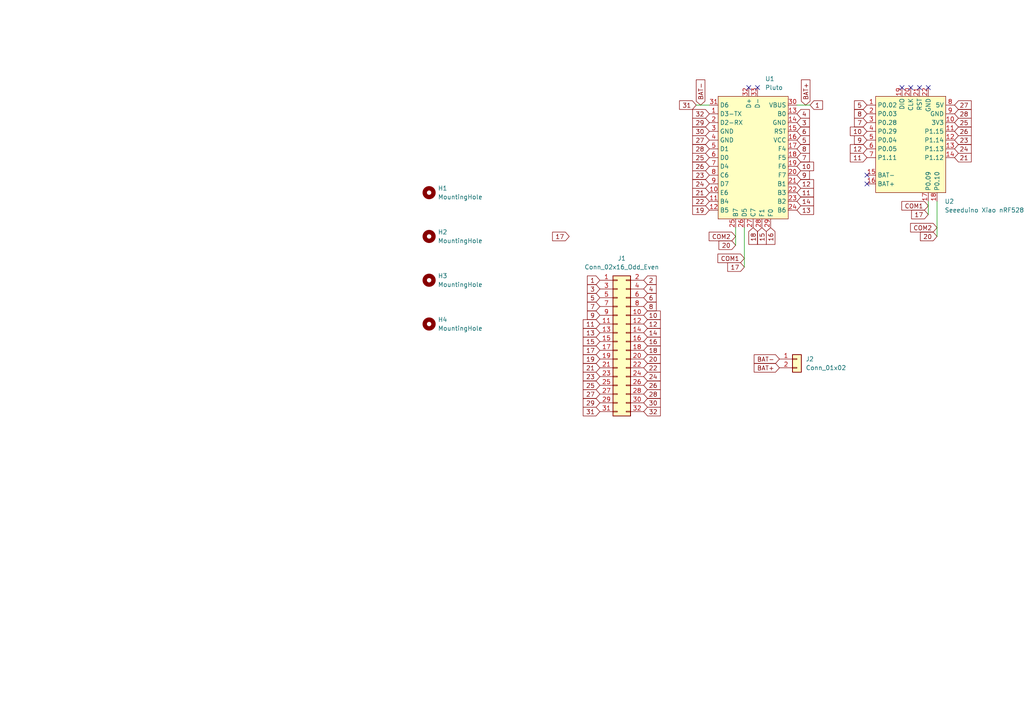
<source format=kicad_sch>
(kicad_sch (version 20231120) (generator "eeschema") (generator_version "8.0")
  (paper "A4")
  (lib_symbols
    (symbol "Connector_Generic:Conn_01x02" (pin_names (offset 1.016) hide)
      (property "Reference" "J" (at 0 2.54 0))
      (property "Value" "Conn_01x02" (at 0 -5.08 0))
      (symbol "Conn_01x02_1_1"
        (rectangle (start -1.27 -2.413) (end 0 -2.667) (stroke (width 0.1524)))
        (rectangle (start -1.27 0.127) (end 0 -0.127) (stroke (width 0.1524)))
        (rectangle (start -1.27 1.27) (end 1.27 -3.81) (stroke (width 0.254)) (fill (type background)))
        (pin passive line (at -5.08 0 0) (length 3.81) (name "Pin_1") (number "1"))
        (pin passive line (at -5.08 -2.54 0) (length 3.81) (name "Pin_2") (number "2"))
      )
    )
    (symbol "Connector_Generic:Conn_02x16_Odd_Even" (pin_names (offset 1.016) hide)
      (property "Reference" "J" (at 1.27 20.32 0))
      (property "Value" "Conn_02x16_Odd_Even" (at 1.27 -22.86 0))
      (symbol "Conn_02x16_Odd_Even_1_1"
        (rectangle (start -1.27 -20.193) (end 0 -20.447) (stroke (width 0.1524)))
        (rectangle (start -1.27 -17.653) (end 0 -17.907) (stroke (width 0.1524)))
        (rectangle (start -1.27 -15.113) (end 0 -15.367) (stroke (width 0.1524)))
        (rectangle (start -1.27 -12.573) (end 0 -12.827) (stroke (width 0.1524)))
        (rectangle (start -1.27 -10.033) (end 0 -10.287) (stroke (width 0.1524)))
        (rectangle (start -1.27 -7.493) (end 0 -7.747) (stroke (width 0.1524)))
        (rectangle (start -1.27 -4.953) (end 0 -5.207) (stroke (width 0.1524)))
        (rectangle (start -1.27 -2.413) (end 0 -2.667) (stroke (width 0.1524)))
        (rectangle (start -1.27 0.127) (end 0 -0.127) (stroke (width 0.1524)))
        (rectangle (start -1.27 2.667) (end 0 2.413) (stroke (width 0.1524)))
        (rectangle (start -1.27 5.207) (end 0 4.953) (stroke (width 0.1524)))
        (rectangle (start -1.27 7.747) (end 0 7.493) (stroke (width 0.1524)))
        (rectangle (start -1.27 10.287) (end 0 10.033) (stroke (width 0.1524)))
        (rectangle (start -1.27 12.827) (end 0 12.573) (stroke (width 0.1524)))
        (rectangle (start -1.27 15.367) (end 0 15.113) (stroke (width 0.1524)))
        (rectangle (start -1.27 17.907) (end 0 17.653) (stroke (width 0.1524)))
        (rectangle (start -1.27 19.05) (end 3.81 -21.59) (stroke (width 0.254)) (fill (type background)))
        (rectangle (start 3.81 -20.193) (end 2.54 -20.447) (stroke (width 0.1524)))
        (rectangle (start 3.81 -17.653) (end 2.54 -17.907) (stroke (width 0.1524)))
        (rectangle (start 3.81 -15.113) (end 2.54 -15.367) (stroke (width 0.1524)))
        (rectangle (start 3.81 -12.573) (end 2.54 -12.827) (stroke (width 0.1524)))
        (rectangle (start 3.81 -10.033) (end 2.54 -10.287) (stroke (width 0.1524)))
        (rectangle (start 3.81 -7.493) (end 2.54 -7.747) (stroke (width 0.1524)))
        (rectangle (start 3.81 -4.953) (end 2.54 -5.207) (stroke (width 0.1524)))
        (rectangle (start 3.81 -2.413) (end 2.54 -2.667) (stroke (width 0.1524)))
        (rectangle (start 3.81 0.127) (end 2.54 -0.127) (stroke (width 0.1524)))
        (rectangle (start 3.81 2.667) (end 2.54 2.413) (stroke (width 0.1524)))
        (rectangle (start 3.81 5.207) (end 2.54 4.953) (stroke (width 0.1524)))
        (rectangle (start 3.81 7.747) (end 2.54 7.493) (stroke (width 0.1524)))
        (rectangle (start 3.81 10.287) (end 2.54 10.033) (stroke (width 0.1524)))
        (rectangle (start 3.81 12.827) (end 2.54 12.573) (stroke (width 0.1524)))
        (rectangle (start 3.81 15.367) (end 2.54 15.113) (stroke (width 0.1524)))
        (rectangle (start 3.81 17.907) (end 2.54 17.653) (stroke (width 0.1524)))
        (pin passive line (at -5.08 17.78 0) (length 3.81) (name "Pin_1") (number "1"))
        (pin passive line (at 7.62 7.62 180) (length 3.81) (name "Pin_10") (number "10"))
        (pin passive line (at -5.08 5.08 0) (length 3.81) (name "Pin_11") (number "11"))
        (pin passive line (at 7.62 5.08 180) (length 3.81) (name "Pin_12") (number "12"))
        (pin passive line (at -5.08 2.54 0) (length 3.81) (name "Pin_13") (number "13"))
        (pin passive line (at 7.62 2.54 180) (length 3.81) (name "Pin_14") (number "14"))
        (pin passive line (at -5.08 0 0) (length 3.81) (name "Pin_15") (number "15"))
        (pin passive line (at 7.62 0 180) (length 3.81) (name "Pin_16") (number "16"))
        (pin passive line (at -5.08 -2.54 0) (length 3.81) (name "Pin_17") (number "17"))
        (pin passive line (at 7.62 -2.54 180) (length 3.81) (name "Pin_18") (number "18"))
        (pin passive line (at -5.08 -5.08 0) (length 3.81) (name "Pin_19") (number "19"))
        (pin passive line (at 7.62 17.78 180) (length 3.81) (name "Pin_2") (number "2"))
        (pin passive line (at 7.62 -5.08 180) (length 3.81) (name "Pin_20") (number "20"))
        (pin passive line (at -5.08 -7.62 0) (length 3.81) (name "Pin_21") (number "21"))
        (pin passive line (at 7.62 -7.62 180) (length 3.81) (name "Pin_22") (number "22"))
        (pin passive line (at -5.08 -10.16 0) (length 3.81) (name "Pin_23") (number "23"))
        (pin passive line (at 7.62 -10.16 180) (length 3.81) (name "Pin_24") (number "24"))
        (pin passive line (at -5.08 -12.7 0) (length 3.81) (name "Pin_25") (number "25"))
        (pin passive line (at 7.62 -12.7 180) (length 3.81) (name "Pin_26") (number "26"))
        (pin passive line (at -5.08 -15.24 0) (length 3.81) (name "Pin_27") (number "27"))
        (pin passive line (at 7.62 -15.24 180) (length 3.81) (name "Pin_28") (number "28"))
        (pin passive line (at -5.08 -17.78 0) (length 3.81) (name "Pin_29") (number "29"))
        (pin passive line (at -5.08 15.24 0) (length 3.81) (name "Pin_3") (number "3"))
        (pin passive line (at 7.62 -17.78 180) (length 3.81) (name "Pin_30") (number "30"))
        (pin passive line (at -5.08 -20.32 0) (length 3.81) (name "Pin_31") (number "31"))
        (pin passive line (at 7.62 -20.32 180) (length 3.81) (name "Pin_32") (number "32"))
        (pin passive line (at 7.62 15.24 180) (length 3.81) (name "Pin_4") (number "4"))
        (pin passive line (at -5.08 12.7 0) (length 3.81) (name "Pin_5") (number "5"))
        (pin passive line (at 7.62 12.7 180) (length 3.81) (name "Pin_6") (number "6"))
        (pin passive line (at -5.08 10.16 0) (length 3.81) (name "Pin_7") (number "7"))
        (pin passive line (at 7.62 10.16 180) (length 3.81) (name "Pin_8") (number "8"))
        (pin passive line (at -5.08 7.62 0) (length 3.81) (name "Pin_9") (number "9"))
      )
    )
    (symbol "Mechanical:MountingHole" (pin_names (offset 1.016)) (exclude_from_sim yes) (in_bom no)
      (property "Reference" "H" (at 0 5.08 0))
      (property "Value" "MountingHole" (at 0 3.175 0))
      (symbol "MountingHole_0_1"
        (circle (center 0 0) (radius 1.27) (stroke (width 1.27)))
      )
    )
    (symbol "PCM_marbastlib-promicroish:Pluto" (in_bom no)
      (property "Reference" "U" (at -7.62 22.86 0))
      (property "Value" "Pluto" (at -7.62 20.32 0))
      (symbol "Pluto_0_0"
        (pin bidirectional line (at -12.7 13.97 0) (length 2.54) (name "D3-TX") (number "1"))
        (pin bidirectional line (at -12.7 -8.89 0) (length 2.54) (name "E6") (number "10"))
        (pin bidirectional line (at -12.7 -11.43 0) (length 2.54) (name "B4") (number "11"))
        (pin bidirectional line (at -12.7 -13.97 0) (length 2.54) (name "B5") (number "12"))
        (pin power_out line (at 12.7 11.43 180) (length 2.54) (name "GND") (number "14"))
        (pin bidirectional line (at 12.7 8.89 180) (length 2.54) (name "RST") (number "15"))
        (pin bidirectional line (at 12.7 3.81 180) (length 2.54) (name "F4") (number "17"))
        (pin bidirectional line (at 12.7 1.27 180) (length 2.54) (name "F5") (number "18"))
        (pin bidirectional line (at 12.7 -1.27 180) (length 2.54) (name "F6") (number "19"))
        (pin bidirectional line (at -12.7 11.43 0) (length 2.54) (name "D2-RX") (number "2"))
        (pin bidirectional line (at 12.7 -3.81 180) (length 2.54) (name "F7") (number "20"))
        (pin bidirectional line (at 12.7 -6.35 180) (length 2.54) (name "B1") (number "21"))
        (pin bidirectional line (at 12.7 -8.89 180) (length 2.54) (name "B3") (number "22"))
        (pin bidirectional line (at 12.7 -11.43 180) (length 2.54) (name "B2") (number "23"))
        (pin bidirectional line (at 12.7 -13.97 180) (length 2.54) (name "B6") (number "24"))
        (pin power_out line (at -12.7 8.89 0) (length 2.54) (name "GND") (number "3"))
        (pin power_out line (at -12.7 6.35 0) (length 2.54) (name "GND") (number "4"))
        (pin bidirectional line (at -12.7 3.81 0) (length 2.54) (name "D1") (number "5"))
        (pin bidirectional line (at -12.7 1.27 0) (length 2.54) (name "D0") (number "6"))
        (pin bidirectional line (at -12.7 -1.27 0) (length 2.54) (name "D4") (number "7"))
        (pin bidirectional line (at -12.7 -3.81 0) (length 2.54) (name "C6") (number "8"))
        (pin bidirectional line (at -12.7 -6.35 0) (length 2.54) (name "D7") (number "9"))
      )
      (symbol "Pluto_1_0"
        (pin bidirectional line (at 12.7 13.97 180) (length 2.54) (name "B0") (number "13"))
        (pin power_out line (at 12.7 6.35 180) (length 2.54) (name "VCC") (number "16"))
        (pin bidirectional line (at -5.08 -19.05 90) (length 2.54) (name "B7") (number "25"))
        (pin bidirectional line (at -2.54 -19.05 90) (length 2.54) (name "D5") (number "26"))
        (pin bidirectional line (at 0 -19.05 90) (length 2.54) (name "C7") (number "27"))
        (pin bidirectional line (at 2.54 -19.05 90) (length 2.54) (name "F1") (number "28"))
        (pin bidirectional line (at 5.08 -19.05 90) (length 2.54) (name "F0") (number "29"))
        (pin power_in line (at 12.7 16.51 180) (length 2.54) (name "VBUS") (number "30"))
        (pin bidirectional line (at -12.7 16.51 0) (length 2.54) (name "D6") (number "31"))
        (pin bidirectional line (at -1.27 21.59 270) (length 2.54) (name "D+") (number "32"))
        (pin bidirectional line (at 1.27 21.59 270) (length 2.54) (name "D-") (number "33"))
      )
      (symbol "Pluto_1_1"
        (rectangle (start -10.16 19.05) (end 10.16 -16.51) (fill (type background)))
      )
    )
    (symbol "PCM_marbastlib-promicroish:Seeeduino_Xiao_nRF52840" (in_bom no)
      (property "Reference" "U" (at -10.16 -12.7 0))
      (property "Value" "Seeeduino Xiao nRF52840" (at -10.16 -15.24 0))
      (symbol "Seeeduino_Xiao_nRF52840_1_0"
        (pin bidirectional line (at -12.7 13.97 0) (length 2.54) (name "P0.02") (number "1"))
        (pin power_out line (at 12.7 8.89 180) (length 2.54) (name "3V3") (number "10"))
        (pin bidirectional line (at 12.7 6.35 180) (length 2.54) (name "P1.15") (number "11"))
        (pin bidirectional line (at 12.7 3.81 180) (length 2.54) (name "P1.14") (number "12"))
        (pin bidirectional line (at 12.7 1.27 180) (length 2.54) (name "P1.13") (number "13"))
        (pin bidirectional line (at 12.7 -1.27 180) (length 2.54) (name "P1.12") (number "14"))
        (pin power_in line (at -12.7 -6.35 0) (length 2.54) (name "BAT-") (number "15"))
        (pin power_in line (at -12.7 -8.89 0) (length 2.54) (name "BAT+") (number "16"))
        (pin bidirectional line (at 5.08 -13.97 90) (length 2.54) (name "P0.09") (number "17"))
        (pin bidirectional line (at 7.62 -13.97 90) (length 2.54) (name "P0.10") (number "18"))
        (pin bidirectional line (at -2.54 19.05 270) (length 2.54) (name "DIO") (number "19"))
        (pin bidirectional line (at -12.7 11.43 0) (length 2.54) (name "P0.03") (number "2"))
        (pin bidirectional line (at 0 19.05 270) (length 2.54) (name "CLK") (number "20"))
        (pin bidirectional line (at 2.54 19.05 270) (length 2.54) (name "RST") (number "21"))
        (pin power_out line (at 5.08 19.05 270) (length 2.54) (name "GND") (number "22"))
        (pin bidirectional line (at -12.7 8.89 0) (length 2.54) (name "P0.28") (number "3"))
        (pin bidirectional line (at -12.7 6.35 0) (length 2.54) (name "P0.29") (number "4"))
        (pin bidirectional line (at -12.7 3.81 0) (length 2.54) (name "P0.04") (number "5"))
        (pin bidirectional line (at -12.7 1.27 0) (length 2.54) (name "P0.05") (number "6"))
        (pin bidirectional line (at -12.7 -1.27 0) (length 2.54) (name "P1.11") (number "7"))
        (pin power_out line (at 12.7 13.97 180) (length 2.54) (name "5V") (number "8"))
        (pin power_out line (at 12.7 11.43 180) (length 2.54) (name "GND") (number "9"))
      )
      (symbol "Seeeduino_Xiao_nRF52840_1_1"
        (rectangle (start -10.16 16.51) (end 10.16 -11.43) (fill (type background)))
      )
    )
  )
  (no_connect (at 261.62 25.4))
  (no_connect (at 266.7 25.4))
  (no_connect (at 219.71 25.4))
  (no_connect (at 264.16 25.4))
  (no_connect (at 251.46 50.8))
  (no_connect (at 251.46 53.34))
  (no_connect (at 269.24 25.4))
  (no_connect (at 217.17 25.4))
  (wire (pts (xy 271.78 58.42) (xy 271.78 68.58)))
  (wire (pts (xy 201.93 30.48) (xy 205.74 30.48)))
  (wire (pts (xy 213.36 66.04) (xy 213.36 71.12)))
  (wire (pts (xy 215.9 66.04) (xy 215.9 77.47)))
  (wire (pts (xy 269.24 58.42) (xy 269.24 62.23)))
  (wire (pts (xy 231.14 30.48) (xy 234.95 30.48)))
  (global_label "31" (shape input) (at 201.93 30.48 180) (property "Intersheetrefs" "${INTERSHEET_REFS}" (effects (hide yes))))
  (global_label "15" (shape input) (at 220.98 66.04 270) (property "Intersheetrefs" "${INTERSHEET_REFS}" (effects (hide yes))))
  (global_label "15" (shape input) (at 173.99 99.06 180) (property "Intersheetrefs" "${INTERSHEET_REFS}" (effects (hide yes))))
  (global_label "25" (shape input) (at 276.86 35.56 0) (property "Intersheetrefs" "${INTERSHEET_REFS}" (effects (hide yes))))
  (global_label "14" (shape input) (at 231.14 58.42 0) (property "Intersheetrefs" "${INTERSHEET_REFS}" (effects (hide yes))))
  (global_label "5" (shape input) (at 251.46 30.48 180) (property "Intersheetrefs" "${INTERSHEET_REFS}" (effects (hide yes))))
  (global_label "4" (shape input) (at 186.69 83.82 0) (property "Intersheetrefs" "${INTERSHEET_REFS}" (effects (hide yes))))
  (global_label "5" (shape input) (at 231.14 40.64 0) (property "Intersheetrefs" "${INTERSHEET_REFS}" (effects (hide yes))))
  (global_label "22" (shape input) (at 205.74 58.42 180) (property "Intersheetrefs" "${INTERSHEET_REFS}" (effects (hide yes))))
  (global_label "30" (shape input) (at 186.69 116.84 0) (property "Intersheetrefs" "${INTERSHEET_REFS}" (effects (hide yes))))
  (global_label "20" (shape input) (at 271.78 68.58 180) (property "Intersheetrefs" "${INTERSHEET_REFS}" (effects (hide yes))))
  (global_label "19" (shape input) (at 205.74 60.96 180) (property "Intersheetrefs" "${INTERSHEET_REFS}" (effects (hide yes))))
  (global_label "5" (shape input) (at 173.99 86.36 180) (property "Intersheetrefs" "${INTERSHEET_REFS}" (effects (hide yes))))
  (global_label "BAT+" (shape input) (at 233.68 30.48 90) (property "Intersheetrefs" "${INTERSHEET_REFS}" (effects (hide yes))))
  (global_label "24" (shape input) (at 205.74 53.34 180) (property "Intersheetrefs" "${INTERSHEET_REFS}" (effects (hide yes))))
  (global_label "21" (shape input) (at 205.74 55.88 180) (property "Intersheetrefs" "${INTERSHEET_REFS}" (effects (hide yes))))
  (global_label "17" (shape input) (at 173.99 101.6 180) (property "Intersheetrefs" "${INTERSHEET_REFS}" (effects (hide yes))))
  (global_label "27" (shape input) (at 205.74 40.64 180) (property "Intersheetrefs" "${INTERSHEET_REFS}" (effects (hide yes))))
  (global_label "10" (shape input) (at 251.46 38.1 180) (property "Intersheetrefs" "${INTERSHEET_REFS}" (effects (hide yes))))
  (global_label "16" (shape input) (at 223.52 66.04 270) (property "Intersheetrefs" "${INTERSHEET_REFS}" (effects (hide yes))))
  (global_label "11" (shape input) (at 231.14 55.88 0) (property "Intersheetrefs" "${INTERSHEET_REFS}" (effects (hide yes))))
  (global_label "6" (shape input) (at 231.14 38.1 0) (property "Intersheetrefs" "${INTERSHEET_REFS}" (effects (hide yes))))
  (global_label "BAT-" (shape input) (at 226.06 104.14 180) (property "Intersheetrefs" "${INTERSHEET_REFS}" (effects (hide yes))))
  (global_label "11" (shape input) (at 173.99 93.98 180) (property "Intersheetrefs" "${INTERSHEET_REFS}" (effects (hide yes))))
  (global_label "7" (shape input) (at 231.14 45.72 0) (property "Intersheetrefs" "${INTERSHEET_REFS}" (effects (hide yes))))
  (global_label "25" (shape input) (at 205.74 45.72 180) (property "Intersheetrefs" "${INTERSHEET_REFS}" (effects (hide yes))))
  (global_label "29" (shape input) (at 205.74 35.56 180) (property "Intersheetrefs" "${INTERSHEET_REFS}" (effects (hide yes))))
  (global_label "COM2" (shape input) (at 271.78 66.04 180) (property "Intersheetrefs" "${INTERSHEET_REFS}" (effects (hide yes))))
  (global_label "7" (shape input) (at 173.99 88.9 180) (property "Intersheetrefs" "${INTERSHEET_REFS}" (effects (hide yes))))
  (global_label "21" (shape input) (at 276.86 45.72 0) (property "Intersheetrefs" "${INTERSHEET_REFS}" (effects (hide yes))))
  (global_label "8" (shape input) (at 251.46 33.02 180) (property "Intersheetrefs" "${INTERSHEET_REFS}" (effects (hide yes))))
  (global_label "8" (shape input) (at 186.69 88.9 0) (property "Intersheetrefs" "${INTERSHEET_REFS}" (effects (hide yes))))
  (global_label "BAT-" (shape input) (at 203.2 30.48 90) (property "Intersheetrefs" "${INTERSHEET_REFS}" (effects (hide yes))))
  (global_label "17" (shape input) (at 269.24 62.23 180) (property "Intersheetrefs" "${INTERSHEET_REFS}" (effects (hide yes))))
  (global_label "26" (shape input) (at 186.69 111.76 0) (property "Intersheetrefs" "${INTERSHEET_REFS}" (effects (hide yes))))
  (global_label "29" (shape input) (at 173.99 116.84 180) (property "Intersheetrefs" "${INTERSHEET_REFS}" (effects (hide yes))))
  (global_label "12" (shape input) (at 186.69 93.98 0) (property "Intersheetrefs" "${INTERSHEET_REFS}" (effects (hide yes))))
  (global_label "10" (shape input) (at 186.69 91.44 0) (property "Intersheetrefs" "${INTERSHEET_REFS}" (effects (hide yes))))
  (global_label "21" (shape input) (at 173.99 106.68 180) (property "Intersheetrefs" "${INTERSHEET_REFS}" (effects (hide yes))))
  (global_label "11" (shape input) (at 251.46 45.72 180) (property "Intersheetrefs" "${INTERSHEET_REFS}" (effects (hide yes))))
  (global_label "12" (shape input) (at 231.14 53.34 0) (property "Intersheetrefs" "${INTERSHEET_REFS}" (effects (hide yes))))
  (global_label "12" (shape input) (at 251.46 43.18 180) (property "Intersheetrefs" "${INTERSHEET_REFS}" (effects (hide yes))))
  (global_label "25" (shape input) (at 173.99 111.76 180) (property "Intersheetrefs" "${INTERSHEET_REFS}" (effects (hide yes))))
  (global_label "8" (shape input) (at 231.14 43.18 0) (property "Intersheetrefs" "${INTERSHEET_REFS}" (effects (hide yes))))
  (global_label "COM1" (shape input) (at 269.24 59.69 180) (property "Intersheetrefs" "${INTERSHEET_REFS}" (effects (hide yes))))
  (global_label "20" (shape input) (at 186.69 104.14 0) (property "Intersheetrefs" "${INTERSHEET_REFS}" (effects (hide yes))))
  (global_label "18" (shape input) (at 218.44 66.04 270) (property "Intersheetrefs" "${INTERSHEET_REFS}" (effects (hide yes))))
  (global_label "28" (shape input) (at 186.69 114.3 0) (property "Intersheetrefs" "${INTERSHEET_REFS}" (effects (hide yes))))
  (global_label "28" (shape input) (at 205.74 43.18 180) (property "Intersheetrefs" "${INTERSHEET_REFS}" (effects (hide yes))))
  (global_label "23" (shape input) (at 205.74 50.8 180) (property "Intersheetrefs" "${INTERSHEET_REFS}" (effects (hide yes))))
  (global_label "4" (shape input) (at 231.14 33.02 0) (property "Intersheetrefs" "${INTERSHEET_REFS}" (effects (hide yes))))
  (global_label "1" (shape input) (at 234.95 30.48 0) (property "Intersheetrefs" "${INTERSHEET_REFS}" (effects (hide yes))))
  (global_label "9" (shape input) (at 231.14 50.8 0) (property "Intersheetrefs" "${INTERSHEET_REFS}" (effects (hide yes))))
  (global_label "23" (shape input) (at 276.86 40.64 0) (property "Intersheetrefs" "${INTERSHEET_REFS}" (effects (hide yes))))
  (global_label "19" (shape input) (at 173.99 104.14 180) (property "Intersheetrefs" "${INTERSHEET_REFS}" (effects (hide yes))))
  (global_label "1" (shape input) (at 173.99 81.28 180) (property "Intersheetrefs" "${INTERSHEET_REFS}" (effects (hide yes))))
  (global_label "24" (shape input) (at 276.86 43.18 0) (property "Intersheetrefs" "${INTERSHEET_REFS}" (effects (hide yes))))
  (global_label "9" (shape input) (at 251.46 40.64 180) (property "Intersheetrefs" "${INTERSHEET_REFS}" (effects (hide yes))))
  (global_label "32" (shape input) (at 205.74 33.02 180) (property "Intersheetrefs" "${INTERSHEET_REFS}" (effects (hide yes))))
  (global_label "26" (shape input) (at 276.86 38.1 0) (property "Intersheetrefs" "${INTERSHEET_REFS}" (effects (hide yes))))
  (global_label "31" (shape input) (at 173.99 119.38 180) (property "Intersheetrefs" "${INTERSHEET_REFS}" (effects (hide yes))))
  (global_label "9" (shape input) (at 173.99 91.44 180) (property "Intersheetrefs" "${INTERSHEET_REFS}" (effects (hide yes))))
  (global_label "17" (shape input) (at 165.1 68.58 180) (property "Intersheetrefs" "${INTERSHEET_REFS}" (effects (hide yes))))
  (global_label "3" (shape input) (at 231.14 35.56 0) (property "Intersheetrefs" "${INTERSHEET_REFS}" (effects (hide yes))))
  (global_label "COM2" (shape input) (at 213.36 68.58 180) (property "Intersheetrefs" "${INTERSHEET_REFS}" (effects (hide yes))))
  (global_label "13" (shape input) (at 231.14 60.96 0) (property "Intersheetrefs" "${INTERSHEET_REFS}" (effects (hide yes))))
  (global_label "10" (shape input) (at 231.14 48.26 0) (property "Intersheetrefs" "${INTERSHEET_REFS}" (effects (hide yes))))
  (global_label "22" (shape input) (at 186.69 106.68 0) (property "Intersheetrefs" "${INTERSHEET_REFS}" (effects (hide yes))))
  (global_label "27" (shape input) (at 276.86 30.48 0) (property "Intersheetrefs" "${INTERSHEET_REFS}" (effects (hide yes))))
  (global_label "3" (shape input) (at 173.99 83.82 180) (property "Intersheetrefs" "${INTERSHEET_REFS}" (effects (hide yes))))
  (global_label "16" (shape input) (at 186.69 99.06 0) (property "Intersheetrefs" "${INTERSHEET_REFS}" (effects (hide yes))))
  (global_label "18" (shape input) (at 186.69 101.6 0) (property "Intersheetrefs" "${INTERSHEET_REFS}" (effects (hide yes))))
  (global_label "28" (shape input) (at 276.86 33.02 0) (property "Intersheetrefs" "${INTERSHEET_REFS}" (effects (hide yes))))
  (global_label "13" (shape input) (at 173.99 96.52 180) (property "Intersheetrefs" "${INTERSHEET_REFS}" (effects (hide yes))))
  (global_label "17" (shape input) (at 215.9 77.47 180) (property "Intersheetrefs" "${INTERSHEET_REFS}" (effects (hide yes))))
  (global_label "32" (shape input) (at 186.69 119.38 0) (property "Intersheetrefs" "${INTERSHEET_REFS}" (effects (hide yes))))
  (global_label "27" (shape input) (at 173.99 114.3 180) (property "Intersheetrefs" "${INTERSHEET_REFS}" (effects (hide yes))))
  (global_label "BAT+" (shape input) (at 226.06 106.68 180) (property "Intersheetrefs" "${INTERSHEET_REFS}" (effects (hide yes))))
  (global_label "30" (shape input) (at 205.74 38.1 180) (property "Intersheetrefs" "${INTERSHEET_REFS}" (effects (hide yes))))
  (global_label "23" (shape input) (at 173.99 109.22 180) (property "Intersheetrefs" "${INTERSHEET_REFS}" (effects (hide yes))))
  (global_label "20" (shape input) (at 213.36 71.12 180) (property "Intersheetrefs" "${INTERSHEET_REFS}" (effects (hide yes))))
  (global_label "7" (shape input) (at 251.46 35.56 180) (property "Intersheetrefs" "${INTERSHEET_REFS}" (effects (hide yes))))
  (global_label "2" (shape input) (at 186.69 81.28 0) (property "Intersheetrefs" "${INTERSHEET_REFS}" (effects (hide yes))))
  (global_label "COM1" (shape input) (at 215.9 74.93 180) (property "Intersheetrefs" "${INTERSHEET_REFS}" (effects (hide yes))))
  (global_label "26" (shape input) (at 205.74 48.26 180) (property "Intersheetrefs" "${INTERSHEET_REFS}" (effects (hide yes))))
  (global_label "24" (shape input) (at 186.69 109.22 0) (property "Intersheetrefs" "${INTERSHEET_REFS}" (effects (hide yes))))
  (global_label "6" (shape input) (at 186.69 86.36 0) (property "Intersheetrefs" "${INTERSHEET_REFS}" (effects (hide yes))))
  (global_label "14" (shape input) (at 186.69 96.52 0) (property "Intersheetrefs" "${INTERSHEET_REFS}" (effects (hide yes))))
  (symbol (lib_id "Mechanical:MountingHole") (at 124.46 55.88 0) (unit 1) (exclude_from_sim yes) (in_bom no)
    (property "Reference" "H1" (at 127 54.6099 0) (effects (justify left)))
    (property "Value" "MountingHole" (at 127 57.1499 0) (effects (justify left)))
    (property "Footprint" "MountingHole:MountingHole_2.2mm_M2" (effects (hide yes)))
    (property "Description" "Mounting Hole without connection" (effects (hide yes)))
  )
  (symbol (lib_id "PCM_marbastlib-promicroish:Seeeduino_Xiao_nRF52840") (at 264.16 44.45 0) (unit 1) (in_bom no)
    (property "Reference" "U2" (at 273.9741 58.42 0) (effects (justify left)))
    (property "Value" "Seeeduino Xiao nRF52840" (at 273.9741 60.96 0) (effects (justify left)))
    (property "Footprint" "PCM_marbastlib-xp-promicroish:Xiao_nRF52840_ACH" (effects (hide yes)))
    (property "Description" "Symbol for a Seeeduino Xiao nRF52840" (effects (hide yes)))
  )
  (symbol (lib_id "Mechanical:MountingHole") (at 124.46 81.28 0) (unit 1) (exclude_from_sim yes) (in_bom no)
    (property "Reference" "H3" (at 127 80.0099 0) (effects (justify left)))
    (property "Value" "MountingHole" (at 127 82.5499 0) (effects (justify left)))
    (property "Footprint" "MountingHole:MountingHole_2.2mm_M2" (effects (hide yes)))
    (property "Description" "Mounting Hole without connection" (effects (hide yes)))
  )
  (symbol (lib_id "Connector_Generic:Conn_01x02") (at 231.14 104.14 0) (unit 1)
    (property "Reference" "J2" (at 233.68 104.1399 0) (effects (justify left)))
    (property "Value" "Conn_01x02" (at 233.68 106.6799 0) (effects (justify left)))
    (property "Footprint" "Connector_PinHeader_2.54mm:PinHeader_1x02_P2.54mm_Vertical" (effects (hide yes)))
    (property "Description" "Generic connector, single row, 01x02, script generated (kicad-library-utils/schlib/autogen/connector/)" (effects (hide yes)))
  )
  (symbol (lib_id "Mechanical:MountingHole") (at 124.46 68.58 0) (unit 1) (exclude_from_sim yes) (in_bom no)
    (property "Reference" "H2" (at 127 67.3099 0) (effects (justify left)))
    (property "Value" "MountingHole" (at 127 69.8499 0) (effects (justify left)))
    (property "Footprint" "MountingHole:MountingHole_2.2mm_M2" (effects (hide yes)))
    (property "Description" "Mounting Hole without connection" (effects (hide yes)))
  )
  (symbol (lib_id "Mechanical:MountingHole") (at 124.46 93.98 0) (unit 1) (exclude_from_sim yes) (in_bom no)
    (property "Reference" "H4" (at 127 92.7099 0) (effects (justify left)))
    (property "Value" "MountingHole" (at 127 95.2499 0) (effects (justify left)))
    (property "Footprint" "MountingHole:MountingHole_2.2mm_M2" (effects (hide yes)))
    (property "Description" "Mounting Hole without connection" (effects (hide yes)))
  )
  (symbol (lib_id "PCM_marbastlib-promicroish:Pluto") (at 218.44 46.99 0) (unit 1) (in_bom no)
    (property "Reference" "U1" (at 221.9041 22.86 0) (effects (justify left)))
    (property "Value" "Pluto" (at 221.9041 25.4 0) (effects (justify left)))
    (property "Footprint" "PCM_marbastlib-xp-promicroish:Pluto_AH_USBup" (effects (hide yes)))
    (property "Datasheet" "https://github.com/0xCB-dev/0xCB-Pluto" (effects (hide yes)))
    (property "Description" "Symbol for an 0xCB Pluto" (effects (hide yes)))
  )
  (symbol (lib_id "Connector_Generic:Conn_02x16_Odd_Even") (at 179.07 99.06 0) (unit 1)
    (property "Reference" "J1" (at 180.34 74.93 0))
    (property "Value" "Conn_02x16_Odd_Even" (at 180.34 77.47 0))
    (property "Footprint" "Connector_PinHeader_2.54mm:PinHeader_2x16_P2.54mm_Horizontal" (effects (hide yes)))
    (property "Description" "Generic connector, double row, 02x16, odd/even pin numbering scheme (row 1 odd numbers, row 2 even numbers), script generated (kicad-library-utils/schlib/autogen/connector/)" (effects (hide yes)))
  )
)
</source>
